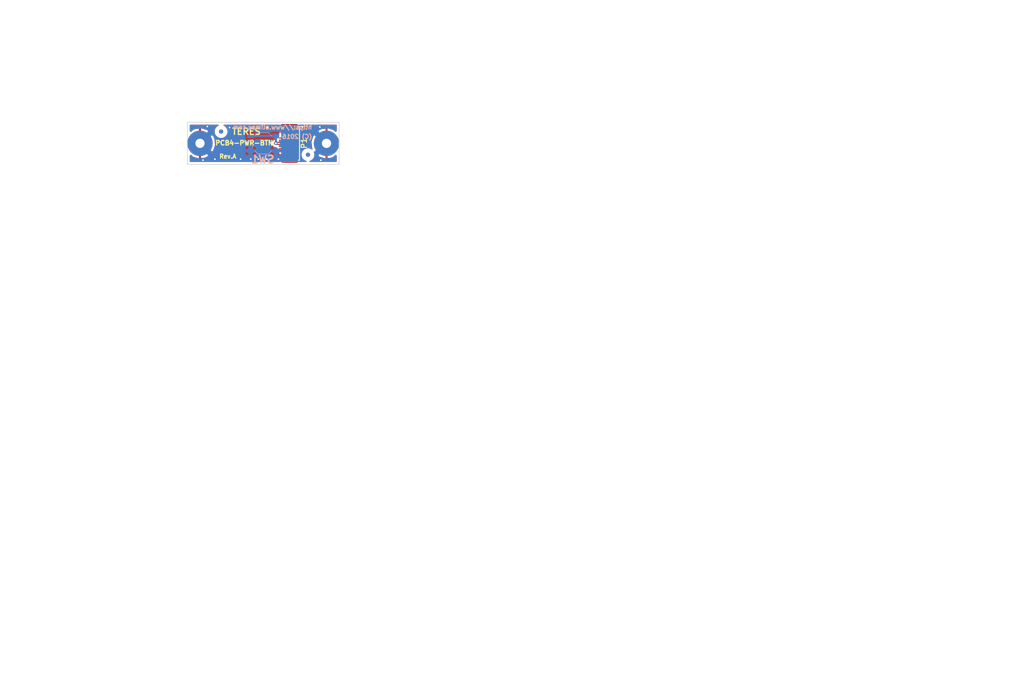
<source format=kicad_pcb>
(kicad_pcb (version 20211014) (generator pcbnew)
  (title_block (title "Power Button for TERES-1") (date "31-03-2018") (rev "A") (company "OLIMEX, Ltd."))
  (layers (0 "F.Cu" signal) (31 "B.Cu" signal) (34 "B.Paste" user) (35 "F.Paste" user) (36 "B.SilkS" user "B.Silkscreen") (37 "F.SilkS" user "F.Silkscreen") (38 "B.Mask" user) (39 "F.Mask" user) (44 "Edge.Cuts" user))
  (net 0 "")
  (net 1 "GND")
  (net 2 "Net-(P1-Pad3)")
  (footprint "OLIMEX_Connectors-FP:FLEXCON-0.5-6" (layer "F.Cu") (at 93.68 53.96 90)
    (fp_text reference "P1" (at 0 3.175 270) (layer "F.SilkS") (effects (font (size 1.27 1.27) (thickness 0.254))))
    (fp_text value "WZA21-06")
    (fp_line (start -4.0005 2.0955) (end 4.0005 2.0955) (layer "F.SilkS") (width 0.254))
    (fp_line (start 4.0005 2.0955) (end 4.0005 1.8415) (layer "F.SilkS") (width 0.254))
    (fp_line (start -4.0005 2.0955) (end -4.0005 1.8415) (layer "F.SilkS") (width 0.254))
    (pad "0" smd rect locked (at 3.4 0.1 90) (size 2.4 3) (layers "F.Cu" "F.Paste" "F.Mask"))
    (pad "0" smd rect locked (at -3.2 -0.3 90) (size 2.8 3.8) (layers "F.Cu"))
    (pad "0" smd rect locked (at -3.4 0.1 90) (size 2.4 3) (layers "F.Cu" "F.Paste" "F.Mask"))
    (pad "0" smd rect locked (at 3.2 -0.3 90) (size 2.8 3.8) (layers "F.Cu"))
    (pad "1" smd rect locked (at -1.25 -2.15 90) (size 0.25 1.3) (layers "F.Cu" "F.Paste" "F.Mask") (net 1 "GND"))
    (pad "2" smd rect locked (at -0.75 -2.15 90) (size 0.25 1.3) (layers "F.Cu" "F.Paste" "F.Mask") (net 1 "GND"))
    (pad "3" smd rect locked (at -0.25 -2.15 90) (size 0.25 1.3) (layers "F.Cu" "F.Paste" "F.Mask") (net 2 "Net-(P1-Pad3)"))
    (pad "4" smd rect locked (at 0.25 -2.15 90) (size 0.25 1.3) (layers "F.Cu" "F.Paste" "F.Mask") (net 2 "Net-(P1-Pad3)"))
    (pad "5" smd rect locked (at 0.75 -2.15 90) (size 0.25 1.3) (layers "F.Cu" "F.Paste" "F.Mask"))
    (pad "6" smd rect locked (at 1.25 -2.15 90) (size 0.25 1.3) (layers "F.Cu" "F.Paste" "F.Mask") (net 1 "GND"))
  )
  (footprint "OLIMEX_Other-FP:Mounting_hole_2.5mm" (layer "F.Cu") (at 72.18 53.96)
    (fp_text reference "MountingHole" hide)
    (fp_text value "Mounting_hole_2.5mm" hide)
    (pad "" thru_hole circle locked (at 0 0) (size 6 6) (drill 2.2) (layers *.Cu *.Mask) (net 1 "GND") (clearance 1.55))
  )
  (footprint "OLIMEX_Other-FP:Mounting_hole_2.5mm" (layer "F.Cu") (at 102.18 53.96)
    (fp_text reference "MountingHole" hide)
    (fp_text value "Mounting_hole_2.5mm" hide)
    (pad "" thru_hole circle locked (at 0 0) (size 6 6) (drill 2.2) (layers *.Cu *.Mask) (net 1 "GND") (clearance 1.55))
  )
  (footprint "OLIMEX_Other-FP:Fiducial1x3_transp" (layer "F.Cu") (at 97.78 56.66)
    (fp_text reference "" (at 0 3) (layer "F.SilkS"))
    (fp_text value "")
    (pad "Fid1" connect circle locked (at 0 0) (size 1 1) (layers "F.Cu" "F.Mask") (clearance 1.016))
  )
  (footprint "OLIMEX_Other-FP:Fiducial1x3_transp" (layer "F.Cu") (at 77.18 51.16)
    (fp_text reference "" (at 0 3) (layer "F.SilkS"))
    (fp_text value "")
    (pad "Fid1" connect circle locked (at 0 0) (size 1 1) (layers "F.Cu" "F.Mask") (clearance 1.016))
  )
  (footprint "OLIMEX_Buttons-FP:tacktil_5x5_teres" (layer "B.Cu") (at 87.18 53.96)
    (fp_text reference "SW1" (at -0.1135 3.8035) (layer "B.SilkS") (effects (font (size 1.778 1.778) (thickness 0.381)) (justify mirror)))
    (fp_text value "SW_PUSH")
    (fp_line (start -1.25 2.5) (end -2 1.75) (layer "B.SilkS") (width 0.1))
    (fp_line (start 1.25 -2.5) (end 2 -1.75) (layer "B.SilkS") (width 0.1))
    (fp_line (start 1.25 2.5) (end -1.25 2.5) (layer "B.SilkS") (width 0.1))
    (fp_line (start 1.25 2.5) (end 2 1.75) (layer "B.SilkS") (width 0.1))
    (fp_line (start -1.25 -2.5) (end 1.25 -2.5) (layer "B.SilkS") (width 0.1))
    (fp_line (start 2.5 0) (end 2.5 1) (layer "B.SilkS") (width 0.1))
    (fp_line (start -1.25 -2.5) (end -2 -1.75) (layer "B.SilkS") (width 0.1))
    (fp_line (start 2.5 0) (end 2.5 -1) (layer "B.SilkS") (width 0.1))
    (fp_line (start -2.5 1) (end -2.5 -1) (layer "B.SilkS") (width 0.1))
    (pad "1" smd rect locked (at -3 1.75) (size 1.524 1) (layers "B.Cu" "B.Paste" "B.Mask") (net 1 "GND"))
    (pad "1" smd rect locked (at 3 1.75) (size 1.524 1) (layers "B.Cu" "B.Paste" "B.Mask") (net 1 "GND"))
    (pad "2" smd rect locked (at 3 -1.75) (size 1.524 1) (layers "B.Cu" "B.Paste" "B.Mask") (net 2 "Net-(P1-Pad3)"))
    (pad "2" smd rect locked (at -3 -1.75) (size 1.524 1) (layers "B.Cu" "B.Paste" "B.Mask") (net 2 "Net-(P1-Pad3)"))
  )
  (footprint "OLIMEX_Other-FP:Fiducial1x3_transp" (layer "B.Cu") (at 77.18 51.16)
    (fp_text reference "" (at 0 -3) (layer "B.SilkS") (effects (justify mirror)))
    (fp_text value "")
    (pad "Fid1" connect circle locked (at 0 0) (size 1 1) (layers "B.Cu" "B.Mask") (clearance 1.016))
  )
  (footprint "OLIMEX_Other-FP:Fiducial1x3_transp" (layer "B.Cu") (at 97.78 56.66)
    (fp_text reference "" (at 0 -3) (layer "B.SilkS") (effects (justify mirror)))
    (fp_text value "")
    (pad "Fid1" connect circle locked (at 0 0) (size 1 1) (layers "B.Cu" "B.Mask") (clearance 1.016))
  )
  (gr_line (start 105.18 58.96) (end 105.18 48.96) (layer "Edge.Cuts") (width 0.15))
  (gr_line (start 69.18 48.96) (end 69.18 58.96) (layer "Edge.Cuts") (width 0.15))
  (gr_line (start 69.18 58.96) (end 105.18 58.96) (layer "Edge.Cuts") (width 0.15))
  (gr_line (start 105.18 48.96) (end 69.18 48.96) (layer "Edge.Cuts") (width 0.15))
  (gr_text "(C) 2016" (at 95.1945 52.366) (layer "B.SilkS") (effects (font (size 1.016 1.016) (thickness 0.254)) (justify mirror)))
  (gr_text "https://www.olimex.com" (at 89.3525 50.1435) (layer "B.SilkS") (effects (font (size 1.016 1.016) (thickness 0.254)) (justify mirror)))
  (gr_text "TERES" (at 83.18 51.16) (layer "F.SilkS") (effects (font (size 1.5 1.5) (thickness 0.3))))
  (gr_text "PCB4-PWR-BTN" (at 82.68 53.86) (layer "F.SilkS") (effects (font (size 1.1 1.1) (thickness 0.275))))
  (gr_text "Rev.A" (at 78.78 57.06) (layer "F.SilkS") (effects (font (size 1 1) (thickness 0.25))))
  (segment (start 86.000518 57.713518) (end 84.222518 57.713518) (width 0.508) (layer "F.Cu") (net 1))
  (segment (start 102.18 50.08) (end 100.592 50.08) (width 0.508) (layer "F.Cu") (net 1))
  (segment (start 92.93 52.71) (end 93.18 52.96) (width 0.25) (layer "F.Cu") (net 1))
  (segment (start 72.18 54.18) (end 72.18 53.96) (width 0.508) (layer "F.Cu") (net 1))
  (segment (start 93.38 50.76) (end 92.827 50.207) (width 0.508) (layer "F.Cu") (net 1))
  (segment (start 93.757539 55.537539) (end 93.757539 56.921194) (width 0.25) (layer "F.Cu") (net 1))
  (segment (start 92.93 55.21) (end 93.18 54.96) (width 0.25) (layer "F.Cu") (net 1))
  (segment (start 75.713518 57.713518) (end 72.18 54.18) (width 0.508) (layer "F.Cu") (net 1))
  (segment (start 88.146 50.207) (end 87.580315 50.207) (width 0.508) (layer "F.Cu") (net 1))
  (segment (start 84.222518 57.713518) (end 81.809518 57.713518) (width 0.508) (layer "F.Cu") (net 1))
  (segment (start 102.18 53.96) (end 102.18 50.08) (width 0.508) (layer "F.Cu") (net 1))
  (segment (start 93.38 50.76) (end 94.06 50.08) (width 0.508) (layer "F.Cu") (net 1))
  (segment (start 72.18 49.953) (end 73.922 49.953) (width 0.508) (layer "F.Cu") (net 1))
  (segment (start 90.771085 57.713518) (end 88.032518 57.713518) (width 0.508) (layer "F.Cu") (net 1))
  (segment (start 88.032518 57.713518) (end 86.000518 57.713518) (width 0.508) (layer "F.Cu") (net 1))
  (segment (start 72.18 57.954) (end 72.906 57.954) (width 0.508) (layer "F.Cu") (net 1))
  (segment (start 93.18 52.96) (end 93.18 54.96) (width 0.25) (layer "F.Cu") (net 1))
  (segment (start 102.18 53.96) (end 102.18 57.89) (width 0.508) (layer "F.Cu") (net 1))
  (segment (start 72.18 53.96) (end 72.18 57.954) (width 0.508) (layer "F.Cu") (net 1))
  (segment (start 94.06 50.08) (end 96.468 50.08) (width 0.508) (layer "F.Cu") (net 1))
  (segment (start 87.580315 50.207) (end 79.1925 50.207) (width 0.508) (layer "F.Cu") (net 1))
  (segment (start 93.757539 56.921194) (end 91.563409 56.921194) (width 0.25) (layer "F.Cu") (net 1))
  (segment (start 72.18 53.96) (end 72.18 49.953) (width 0.508) (layer "F.Cu") (net 1))
  (segment (start 92.93 54.71) (end 91.53 54.71) (width 0.25) (layer "F.Cu") (net 1))
  (segment (start 81.809518 57.713518) (end 75.713518 57.713518) (width 0.508) (layer "F.Cu") (net 1))
  (segment (start 91.563409 56.921194) (end 90.771085 57.713518) (width 0.25) (layer "F.Cu") (net 1))
  (segment (start 91.53 55.21) (end 92.93 55.21) (width 0.25) (layer "F.Cu") (net 1))
  (segment (start 93.18 54.96) (end 92.93 54.71) (width 0.25) (layer "F.Cu") (net 1))
  (segment (start 91.53 52.71) (end 92.93 52.71) (width 0.25) (layer "F.Cu") (net 1))
  (segment (start 102.116 57.954) (end 100.846 57.954) (width 0.508) (layer "F.Cu") (net 1))
  (segment (start 92.827 50.207) (end 88.146 50.207) (width 0.508) (layer "F.Cu") (net 1))
  (segment (start 93.18 54.96) (end 93.757539 55.537539) (width 0.25) (layer "F.Cu") (net 1))
  (segment (start 102.18 57.89) (end 102.116 57.954) (width 0.508) (layer "F.Cu") (net 1))
  (via (at 96.468 50.08) (size 0.8) (drill 0.4) (layers "F.Cu" "B.Cu") (net 1))
  (via (at 75.713518 57.713518) (size 0.8) (drill 0.4) (layers "F.Cu" "B.Cu") (net 1))
  (via (at 81.809518 57.713518) (size 0.8) (drill 0.4) (layers "F.Cu" "B.Cu") (net 1))
  (via (at 72.906 57.954) (size 0.8) (drill 0.4) (layers "F.Cu" "B.Cu") (net 1))
  (via (at 88.146 50.207) (size 0.8) (drill 0.4) (layers "F.Cu" "B.Cu") (net 1))
  (via (at 100.846 57.954) (size 0.8) (drill 0.4) (layers "F.Cu" "B.Cu") (net 1))
  (via (at 100.592 50.08) (size 0.8) (drill 0.4) (layers "F.Cu" "B.Cu") (net 1))
  (via (at 79.1925 50.207) (size 0.8) (drill 0.4) (layers "F.Cu" "B.Cu") (net 1))
  (via (at 73.922 49.953) (size 0.8) (drill 0.4) (layers "F.Cu" "B.Cu") (net 1))
  (via (at 84.222518 57.713518) (size 0.8) (drill 0.4) (layers "F.Cu" "B.Cu") (net 1))
  (via (at 88.032518 57.713518) (size 0.8) (drill 0.4) (layers "F.Cu" "B.Cu") (net 1))
  (via (at 90.771085 57.713518) (size 0.8) (drill 0.4) (layers "F.Cu" "B.Cu") (net 1))
  (via (at 86.000518 57.713518) (size 0.8) (drill 0.4) (layers "F.Cu" "B.Cu") (net 1))
  (segment (start 90.18 55.71) (end 90.18 57.122433) (width 0.508) (layer "B.Cu") (net 1))
  (segment (start 90.18 57.122433) (end 90.371086 57.313519) (width 0.508) (layer "B.Cu") (net 1))
  (segment (start 90.371086 57.313519) (end 90.771085 57.713518) (width 0.508) (layer "B.Cu") (net 1))
  (segment (start 90.18 55.71) (end 84.18 55.71) (width 0.508) (layer "B.Cu") (net 1))
  (segment (start 90.18 53.96) (end 90.43 54.21) (width 0.25) (layer "F.Cu") (net 2))
  (segment (start 90.43 53.71) (end 90.18 53.96) (width 0.25) (layer "F.Cu") (net 2))
  (segment (start 90.43 54.21) (end 91.53 54.21) (width 0.25) (layer "F.Cu") (net 2))
  (segment (start 91.53 53.71) (end 90.43 53.71) (width 0.25) (layer "F.Cu") (net 2))
  (via (at 90.18 53.96) (size 0.8) (drill 0.4) (layers "F.Cu" "B.Cu") (net 2))
  (segment (start 84.18 52.21) (end 90.18 52.21) (width 0.508) (layer "B.Cu") (net 2))
  (segment (start 90.18 52.21) (end 90.18 53.96) (width 0.508) (layer "B.Cu") (net 2))
  (zone (net 1) (net_name "GND") (layer "F.Cu") (connect_pads (clearance 0.508)) (min_thickness 0.254) (fill yes (thermal_gap 0.508) (thermal_bridge_width 1.27))
    (polygon (pts (xy 67.18 47.96) (xy 106.68 47.96) (xy 106.68 60.96) (xy 67.18 60.96)))
  )
  (zone (net 1) (net_name "GND") (layer "B.Cu") (connect_pads (clearance 0.508)) (min_thickness 0.254) (fill yes (thermal_gap 0.508) (thermal_bridge_width 1.27))
    (polygon (pts (xy 67.18 47.96) (xy 106.68 47.96) (xy 106.68 60.96) (xy 67.18 60.96)))
  )
)
</source>
